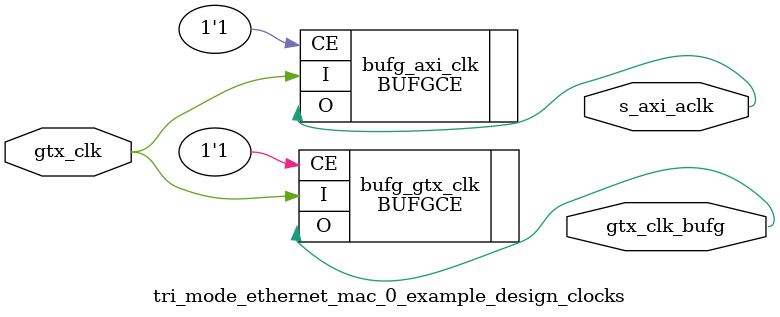
<source format=v>

`timescale 1 ps/1 ps

module tri_mode_ethernet_mac_0_example_design_clocks
   (
   input          gtx_clk,
   

   // clock outputs
   output         gtx_clk_bufg,
   output         s_axi_aclk
   );

  //----------------------------------------------------------------------------
  // Transmitter Clock logic for gtx_clk
  //----------------------------------------------------------------------------

  // route gtx_clk through a BUFGCE and onto global clock routing
  BUFGCE bufg_gtx_clk (.I(gtx_clk), .CE  (1'b1), .O(gtx_clk_bufg));

  //----------------------------------------------------------------------------
  // Generate the s_axi_aclk for configuration by processor .
  //----------------------------------------------------------------------------
  // we only have one clock source (gtx_clk) so  it will be derived from that
  
  BUFGCE bufg_axi_clk (.I(gtx_clk), .CE  (1'b1), .O(s_axi_aclk));
  
  

endmodule

</source>
